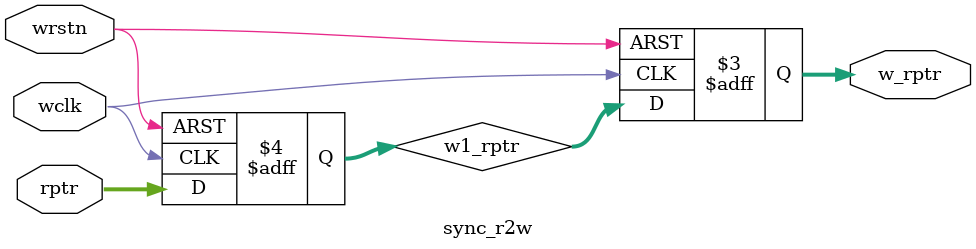
<source format=v>
`timescale 1ns / 1ps
module sync_r2w
#(
    parameter ASIZE = 4
)
(
    output reg [ASIZE:0] w_rptr,   //¶ÁÖ¸ÕëÍ¬²½µ½Ð´Ê±ÖÓÓò
    input      [ASIZE:0] rptr,       // ¸ñÀ×ÂëÐÎÊ½µÄ¶ÁÖ¸Õë£¬¸ñÀ×ÂëµÄºÃ´¦ºóÃæ»áÏ¸Ëµ 
    input                wclk, wrstn
);
 
reg [ASIZE:0] w1_rptr;
 
  always @(posedge wclk or negedge wrstn)   
      if (!wrstn) begin
          w1_rptr <= 0;          
          w_rptr <= 0;
      end           
      else begin        
          w1_rptr<= rptr;
          w_rptr<=w1_rptr;
      end          
  endmodule

</source>
